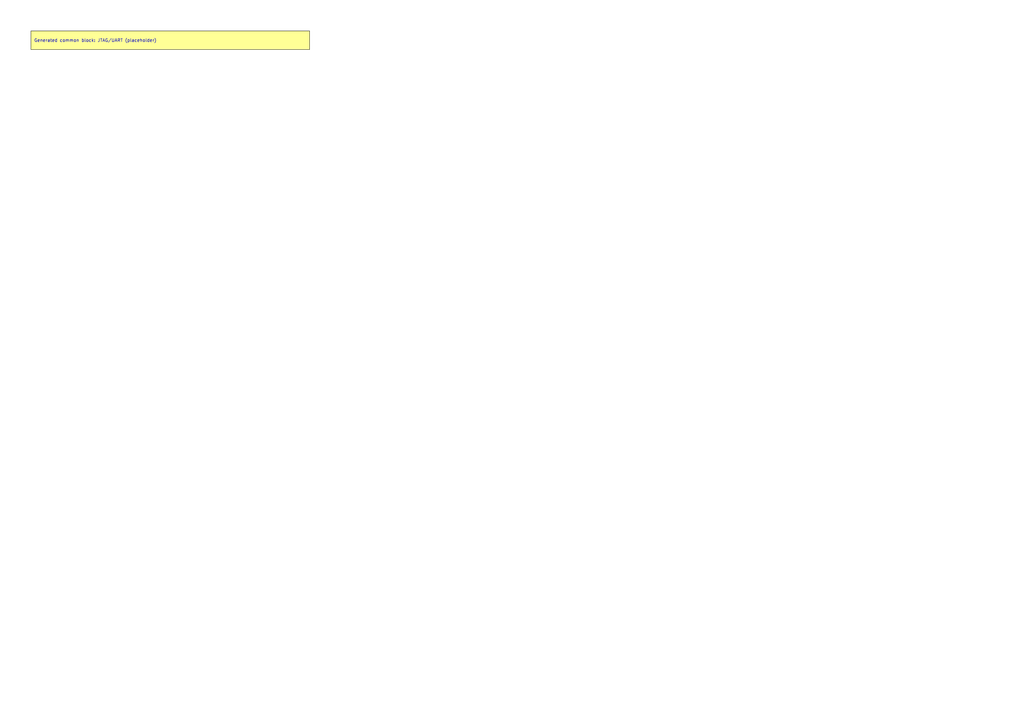
<source format=kicad_sch>
(kicad_sch
	(version 20250114)
	(generator "kicadgen")
	(generator_version "0.1")
	(uuid "43f81978-96c8-5835-aac5-09b2b5454c6b")
	(paper "A3")
	(title_block
		(title "JTAG/UART (placeholder)")
		(company "Project Carbon")
		(comment 1 "Generated - do not edit in generated/")
		(comment 2 "Edit in schem/kicad9/manual/ or refine mapping specs")
	)
	(lib_symbols)
	(text_box
		"Generated common block: JTAG/UART (placeholder)"
		(exclude_from_sim no)
		(at
			12.7
			12.7
			0
		)
		(size 114.3 7.62)
		(margins
			1.27
			1.27
			1.27
			1.27
		)
		(stroke
			(width 0)
			(type default)
			(color
				0
				0
				0
				1
			)
		)
		(fill
			(type color)
			(color
				255
				255
				150
				1
			)
		)
		(effects
			(font
				(size 1.27 1.27)
			)
			(justify left)
		)
		(uuid "c6797adb-581e-57c0-a893-7d307c829495")
	)
	(sheet_instances
		(path
			"/"
			(page "1")
		)
	)
	(embedded_fonts no)
)

</source>
